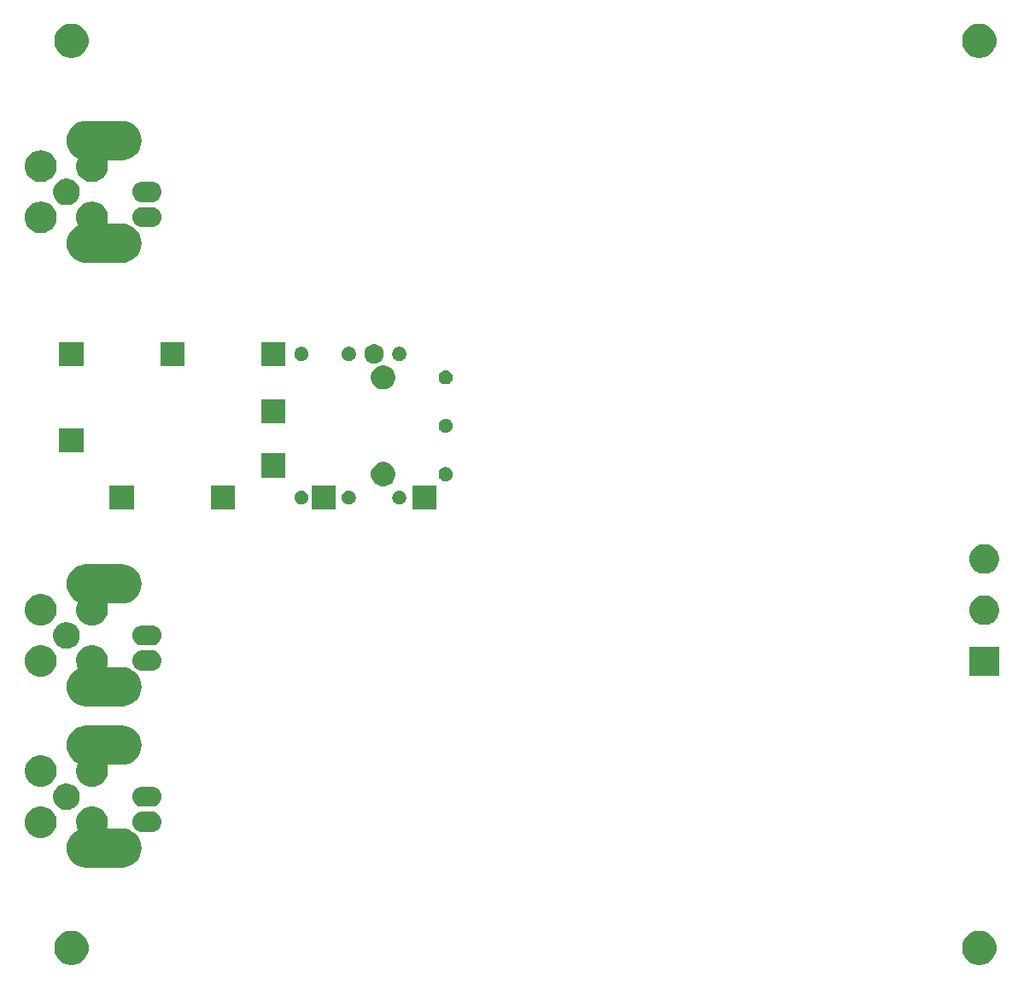
<source format=gbr>
G04 #@! TF.GenerationSoftware,KiCad,Pcbnew,5.0.1-33cea8e~68~ubuntu16.04.1*
G04 #@! TF.CreationDate,2018-10-24T20:06:13+03:00*
G04 #@! TF.ProjectId,sfp_v4,7366705F76342E6B696361645F706362,4*
G04 #@! TF.SameCoordinates,Original*
G04 #@! TF.FileFunction,Soldermask,Bot*
G04 #@! TF.FilePolarity,Negative*
%FSLAX46Y46*%
G04 Gerber Fmt 4.6, Leading zero omitted, Abs format (unit mm)*
G04 Created by KiCad (PCBNEW 5.0.1-33cea8e~68~ubuntu16.04.1) date Wed 24 Oct 2018 20:06:13 EEST*
%MOMM*%
%LPD*%
G01*
G04 APERTURE LIST*
%ADD10C,0.100000*%
G04 APERTURE END LIST*
D10*
G36*
X155386393Y-133343553D02*
X155495872Y-133365330D01*
X155805252Y-133493479D01*
X156083687Y-133679523D01*
X156320477Y-133916313D01*
X156506521Y-134194748D01*
X156634670Y-134504128D01*
X156700000Y-134832565D01*
X156700000Y-135167435D01*
X156634670Y-135495872D01*
X156506521Y-135805252D01*
X156320477Y-136083687D01*
X156083687Y-136320477D01*
X155805252Y-136506521D01*
X155495872Y-136634670D01*
X155386393Y-136656447D01*
X155167437Y-136700000D01*
X154832563Y-136700000D01*
X154613607Y-136656447D01*
X154504128Y-136634670D01*
X154194748Y-136506521D01*
X153916313Y-136320477D01*
X153679523Y-136083687D01*
X153493479Y-135805252D01*
X153365330Y-135495872D01*
X153300000Y-135167435D01*
X153300000Y-134832565D01*
X153365330Y-134504128D01*
X153493479Y-134194748D01*
X153679523Y-133916313D01*
X153916313Y-133679523D01*
X154194748Y-133493479D01*
X154504128Y-133365330D01*
X154613607Y-133343553D01*
X154832563Y-133300000D01*
X155167437Y-133300000D01*
X155386393Y-133343553D01*
X155386393Y-133343553D01*
G37*
G36*
X65386393Y-133343553D02*
X65495872Y-133365330D01*
X65805252Y-133493479D01*
X66083687Y-133679523D01*
X66320477Y-133916313D01*
X66506521Y-134194748D01*
X66634670Y-134504128D01*
X66700000Y-134832565D01*
X66700000Y-135167435D01*
X66634670Y-135495872D01*
X66506521Y-135805252D01*
X66320477Y-136083687D01*
X66083687Y-136320477D01*
X65805252Y-136506521D01*
X65495872Y-136634670D01*
X65386393Y-136656447D01*
X65167437Y-136700000D01*
X64832563Y-136700000D01*
X64613607Y-136656447D01*
X64504128Y-136634670D01*
X64194748Y-136506521D01*
X63916313Y-136320477D01*
X63679523Y-136083687D01*
X63493479Y-135805252D01*
X63365330Y-135495872D01*
X63300000Y-135167435D01*
X63300000Y-134832565D01*
X63365330Y-134504128D01*
X63493479Y-134194748D01*
X63679523Y-133916313D01*
X63916313Y-133679523D01*
X64194748Y-133493479D01*
X64504128Y-133365330D01*
X64613607Y-133343553D01*
X64832563Y-133300000D01*
X65167437Y-133300000D01*
X65386393Y-133343553D01*
X65386393Y-133343553D01*
G37*
G36*
X67270462Y-120985083D02*
X67497952Y-121030334D01*
X67783674Y-121148684D01*
X68040817Y-121320501D01*
X68259499Y-121539183D01*
X68431316Y-121796326D01*
X68549666Y-122082048D01*
X68593677Y-122303306D01*
X68610000Y-122385367D01*
X68610000Y-122694633D01*
X68549590Y-122998334D01*
X68547188Y-123022720D01*
X68549590Y-123047106D01*
X68556703Y-123070555D01*
X68568254Y-123092166D01*
X68583800Y-123111108D01*
X68602742Y-123126654D01*
X68624353Y-123138205D01*
X68647802Y-123145318D01*
X68672188Y-123147720D01*
X70082457Y-123147720D01*
X70139753Y-123153363D01*
X70368939Y-123175936D01*
X70736526Y-123287443D01*
X71075297Y-123468519D01*
X71372232Y-123712208D01*
X71615921Y-124009143D01*
X71796997Y-124347914D01*
X71908504Y-124715501D01*
X71946155Y-125097780D01*
X71908504Y-125480059D01*
X71796997Y-125847646D01*
X71615921Y-126186417D01*
X71372232Y-126483352D01*
X71075297Y-126727041D01*
X70736526Y-126908117D01*
X70368939Y-127019624D01*
X70139753Y-127042197D01*
X70082457Y-127047840D01*
X66390743Y-127047840D01*
X66333447Y-127042197D01*
X66104261Y-127019624D01*
X65736674Y-126908117D01*
X65397903Y-126727041D01*
X65100968Y-126483352D01*
X64857279Y-126186417D01*
X64676203Y-125847646D01*
X64564696Y-125480059D01*
X64527045Y-125097780D01*
X64564696Y-124715501D01*
X64676203Y-124347914D01*
X64857279Y-124009143D01*
X65100968Y-123712208D01*
X65397903Y-123468519D01*
X65565997Y-123378671D01*
X65586371Y-123365058D01*
X65603698Y-123347731D01*
X65617312Y-123327357D01*
X65626689Y-123304718D01*
X65631470Y-123280684D01*
X65631470Y-123256180D01*
X65626690Y-123232147D01*
X65622557Y-123220597D01*
X65530334Y-122997952D01*
X65500167Y-122846292D01*
X65470000Y-122694633D01*
X65470000Y-122385367D01*
X65486323Y-122303306D01*
X65530334Y-122082048D01*
X65648684Y-121796326D01*
X65820501Y-121539183D01*
X66039183Y-121320501D01*
X66296326Y-121148684D01*
X66582048Y-121030334D01*
X66809538Y-120985083D01*
X66885367Y-120970000D01*
X67194633Y-120970000D01*
X67270462Y-120985083D01*
X67270462Y-120985083D01*
G37*
G36*
X62190462Y-120985083D02*
X62417952Y-121030334D01*
X62703674Y-121148684D01*
X62960817Y-121320501D01*
X63179499Y-121539183D01*
X63351316Y-121796326D01*
X63469666Y-122082048D01*
X63513677Y-122303306D01*
X63530000Y-122385367D01*
X63530000Y-122694633D01*
X63514916Y-122770462D01*
X63469666Y-122997952D01*
X63351316Y-123283674D01*
X63179499Y-123540817D01*
X62960817Y-123759499D01*
X62703674Y-123931316D01*
X62417952Y-124049666D01*
X62190462Y-124094916D01*
X62114633Y-124110000D01*
X61805367Y-124110000D01*
X61729538Y-124094916D01*
X61502048Y-124049666D01*
X61216326Y-123931316D01*
X60959183Y-123759499D01*
X60740501Y-123540817D01*
X60568684Y-123283674D01*
X60450334Y-122997952D01*
X60405083Y-122770462D01*
X60390000Y-122694633D01*
X60390000Y-122385367D01*
X60406323Y-122303306D01*
X60450334Y-122082048D01*
X60568684Y-121796326D01*
X60740501Y-121539183D01*
X60959183Y-121320501D01*
X61216326Y-121148684D01*
X61502048Y-121030334D01*
X61729538Y-120985083D01*
X61805367Y-120970000D01*
X62114633Y-120970000D01*
X62190462Y-120985083D01*
X62190462Y-120985083D01*
G37*
G36*
X73146894Y-121513731D02*
X73335414Y-121570917D01*
X73509154Y-121663784D01*
X73661439Y-121788761D01*
X73786416Y-121941046D01*
X73879283Y-122114786D01*
X73936469Y-122303306D01*
X73955779Y-122499360D01*
X73936469Y-122695414D01*
X73879283Y-122883934D01*
X73786416Y-123057674D01*
X73661439Y-123209959D01*
X73509154Y-123334936D01*
X73335414Y-123427803D01*
X73146894Y-123484989D01*
X72999970Y-123499460D01*
X72002550Y-123499460D01*
X71855626Y-123484989D01*
X71667106Y-123427803D01*
X71493366Y-123334936D01*
X71341081Y-123209959D01*
X71216104Y-123057674D01*
X71123237Y-122883934D01*
X71066051Y-122695414D01*
X71046741Y-122499360D01*
X71066051Y-122303306D01*
X71123237Y-122114786D01*
X71216104Y-121941046D01*
X71341081Y-121788761D01*
X71493366Y-121663784D01*
X71667106Y-121570917D01*
X71855626Y-121513731D01*
X72002550Y-121499260D01*
X72999970Y-121499260D01*
X73146894Y-121513731D01*
X73146894Y-121513731D01*
G37*
G36*
X64885029Y-118730726D02*
X65125253Y-118830230D01*
X65125255Y-118830231D01*
X65333934Y-118969666D01*
X65341454Y-118974691D01*
X65525309Y-119158546D01*
X65669770Y-119374747D01*
X65769274Y-119614971D01*
X65820000Y-119869990D01*
X65820000Y-120130010D01*
X65769274Y-120385029D01*
X65669770Y-120625253D01*
X65525309Y-120841454D01*
X65341454Y-121025309D01*
X65341451Y-121025311D01*
X65125255Y-121169769D01*
X65125254Y-121169770D01*
X65125253Y-121169770D01*
X64885029Y-121269274D01*
X64630010Y-121320000D01*
X64369990Y-121320000D01*
X64114971Y-121269274D01*
X63874747Y-121169770D01*
X63874746Y-121169770D01*
X63874745Y-121169769D01*
X63658549Y-121025311D01*
X63658546Y-121025309D01*
X63474691Y-120841454D01*
X63330230Y-120625253D01*
X63230726Y-120385029D01*
X63180000Y-120130010D01*
X63180000Y-119869990D01*
X63230726Y-119614971D01*
X63330230Y-119374747D01*
X63474691Y-119158546D01*
X63658546Y-118974691D01*
X63666066Y-118969666D01*
X63874745Y-118830231D01*
X63874747Y-118830230D01*
X64114971Y-118730726D01*
X64369990Y-118680000D01*
X64630010Y-118680000D01*
X64885029Y-118730726D01*
X64885029Y-118730726D01*
G37*
G36*
X73146894Y-119014371D02*
X73335414Y-119071557D01*
X73509154Y-119164424D01*
X73661439Y-119289401D01*
X73786416Y-119441686D01*
X73879283Y-119615426D01*
X73936469Y-119803946D01*
X73955779Y-120000000D01*
X73936469Y-120196054D01*
X73879283Y-120384574D01*
X73786416Y-120558314D01*
X73661439Y-120710599D01*
X73509154Y-120835576D01*
X73335414Y-120928443D01*
X73146894Y-120985629D01*
X72999970Y-121000100D01*
X72002550Y-121000100D01*
X71855626Y-120985629D01*
X71667106Y-120928443D01*
X71493366Y-120835576D01*
X71341081Y-120710599D01*
X71216104Y-120558314D01*
X71123237Y-120384574D01*
X71066051Y-120196054D01*
X71046741Y-120000000D01*
X71066051Y-119803946D01*
X71123237Y-119615426D01*
X71216104Y-119441686D01*
X71341081Y-119289401D01*
X71493366Y-119164424D01*
X71667106Y-119071557D01*
X71855626Y-119014371D01*
X72002550Y-118999900D01*
X72999970Y-118999900D01*
X73146894Y-119014371D01*
X73146894Y-119014371D01*
G37*
G36*
X70139753Y-112955263D02*
X70368939Y-112977836D01*
X70736526Y-113089343D01*
X71075297Y-113270419D01*
X71372232Y-113514108D01*
X71615921Y-113811043D01*
X71796997Y-114149814D01*
X71908504Y-114517401D01*
X71946155Y-114899680D01*
X71908504Y-115281959D01*
X71796997Y-115649546D01*
X71615921Y-115988317D01*
X71372232Y-116285252D01*
X71075297Y-116528941D01*
X70751765Y-116701872D01*
X70745720Y-116705103D01*
X70736526Y-116710017D01*
X70368939Y-116821524D01*
X70139753Y-116844097D01*
X70082457Y-116849740D01*
X68671683Y-116849740D01*
X68647297Y-116852142D01*
X68623848Y-116859255D01*
X68602237Y-116870806D01*
X68583295Y-116886352D01*
X68567749Y-116905294D01*
X68556198Y-116926905D01*
X68549085Y-116950354D01*
X68546683Y-116974740D01*
X68549085Y-116999126D01*
X68549666Y-117002048D01*
X68610000Y-117305368D01*
X68610000Y-117614632D01*
X68549666Y-117917952D01*
X68431316Y-118203674D01*
X68259499Y-118460817D01*
X68040817Y-118679499D01*
X67783674Y-118851316D01*
X67497952Y-118969666D01*
X67273204Y-119014371D01*
X67194633Y-119030000D01*
X66885367Y-119030000D01*
X66806796Y-119014371D01*
X66582048Y-118969666D01*
X66296326Y-118851316D01*
X66039183Y-118679499D01*
X65820501Y-118460817D01*
X65648684Y-118203674D01*
X65530334Y-117917952D01*
X65470000Y-117614632D01*
X65470000Y-117305368D01*
X65530334Y-117002048D01*
X65623419Y-116777322D01*
X65630531Y-116753875D01*
X65632933Y-116729489D01*
X65630531Y-116705103D01*
X65623418Y-116681654D01*
X65611867Y-116660043D01*
X65596321Y-116641101D01*
X65566858Y-116619249D01*
X65555468Y-116613161D01*
X65397903Y-116528941D01*
X65100968Y-116285252D01*
X64857279Y-115988317D01*
X64676203Y-115649546D01*
X64564696Y-115281959D01*
X64527045Y-114899680D01*
X64564696Y-114517401D01*
X64676203Y-114149814D01*
X64857279Y-113811043D01*
X65100968Y-113514108D01*
X65397903Y-113270419D01*
X65736674Y-113089343D01*
X66104261Y-112977836D01*
X66333447Y-112955263D01*
X66390743Y-112949620D01*
X70082457Y-112949620D01*
X70139753Y-112955263D01*
X70139753Y-112955263D01*
G37*
G36*
X62190462Y-115905083D02*
X62417952Y-115950334D01*
X62703674Y-116068684D01*
X62960817Y-116240501D01*
X63179499Y-116459183D01*
X63351316Y-116716326D01*
X63469666Y-117002048D01*
X63530000Y-117305368D01*
X63530000Y-117614632D01*
X63469666Y-117917952D01*
X63351316Y-118203674D01*
X63179499Y-118460817D01*
X62960817Y-118679499D01*
X62703674Y-118851316D01*
X62417952Y-118969666D01*
X62193204Y-119014371D01*
X62114633Y-119030000D01*
X61805367Y-119030000D01*
X61726796Y-119014371D01*
X61502048Y-118969666D01*
X61216326Y-118851316D01*
X60959183Y-118679499D01*
X60740501Y-118460817D01*
X60568684Y-118203674D01*
X60450334Y-117917952D01*
X60390000Y-117614632D01*
X60390000Y-117305368D01*
X60450334Y-117002048D01*
X60568684Y-116716326D01*
X60740501Y-116459183D01*
X60959183Y-116240501D01*
X61216326Y-116068684D01*
X61502048Y-115950334D01*
X61729538Y-115905083D01*
X61805367Y-115890000D01*
X62114633Y-115890000D01*
X62190462Y-115905083D01*
X62190462Y-115905083D01*
G37*
G36*
X67270462Y-104985083D02*
X67497952Y-105030334D01*
X67783674Y-105148684D01*
X68040817Y-105320501D01*
X68259499Y-105539183D01*
X68431316Y-105796326D01*
X68549666Y-106082048D01*
X68593677Y-106303306D01*
X68610000Y-106385367D01*
X68610000Y-106694633D01*
X68549590Y-106998334D01*
X68547188Y-107022720D01*
X68549590Y-107047106D01*
X68556703Y-107070555D01*
X68568254Y-107092166D01*
X68583800Y-107111108D01*
X68602742Y-107126654D01*
X68624353Y-107138205D01*
X68647802Y-107145318D01*
X68672188Y-107147720D01*
X70082457Y-107147720D01*
X70139753Y-107153363D01*
X70368939Y-107175936D01*
X70736526Y-107287443D01*
X71075297Y-107468519D01*
X71372232Y-107712208D01*
X71615921Y-108009143D01*
X71796997Y-108347914D01*
X71908504Y-108715501D01*
X71946155Y-109097780D01*
X71908504Y-109480059D01*
X71796997Y-109847646D01*
X71615921Y-110186417D01*
X71372232Y-110483352D01*
X71075297Y-110727041D01*
X70736526Y-110908117D01*
X70368939Y-111019624D01*
X70139753Y-111042197D01*
X70082457Y-111047840D01*
X66390743Y-111047840D01*
X66333447Y-111042197D01*
X66104261Y-111019624D01*
X65736674Y-110908117D01*
X65397903Y-110727041D01*
X65100968Y-110483352D01*
X64857279Y-110186417D01*
X64676203Y-109847646D01*
X64564696Y-109480059D01*
X64527045Y-109097780D01*
X64564696Y-108715501D01*
X64676203Y-108347914D01*
X64857279Y-108009143D01*
X65100968Y-107712208D01*
X65397903Y-107468519D01*
X65565997Y-107378671D01*
X65586371Y-107365058D01*
X65603698Y-107347731D01*
X65617312Y-107327357D01*
X65626689Y-107304718D01*
X65631470Y-107280684D01*
X65631470Y-107256180D01*
X65626690Y-107232147D01*
X65622557Y-107220597D01*
X65530334Y-106997952D01*
X65500167Y-106846292D01*
X65470000Y-106694633D01*
X65470000Y-106385367D01*
X65486323Y-106303306D01*
X65530334Y-106082048D01*
X65648684Y-105796326D01*
X65820501Y-105539183D01*
X66039183Y-105320501D01*
X66296326Y-105148684D01*
X66582048Y-105030334D01*
X66809538Y-104985083D01*
X66885367Y-104970000D01*
X67194633Y-104970000D01*
X67270462Y-104985083D01*
X67270462Y-104985083D01*
G37*
G36*
X62190462Y-104985083D02*
X62417952Y-105030334D01*
X62703674Y-105148684D01*
X62960817Y-105320501D01*
X63179499Y-105539183D01*
X63351316Y-105796326D01*
X63469666Y-106082048D01*
X63513677Y-106303306D01*
X63530000Y-106385367D01*
X63530000Y-106694633D01*
X63514916Y-106770462D01*
X63469666Y-106997952D01*
X63351316Y-107283674D01*
X63179499Y-107540817D01*
X62960817Y-107759499D01*
X62703674Y-107931316D01*
X62417952Y-108049666D01*
X62190462Y-108094917D01*
X62114633Y-108110000D01*
X61805367Y-108110000D01*
X61729538Y-108094917D01*
X61502048Y-108049666D01*
X61216326Y-107931316D01*
X60959183Y-107759499D01*
X60740501Y-107540817D01*
X60568684Y-107283674D01*
X60450334Y-106997952D01*
X60405084Y-106770462D01*
X60390000Y-106694633D01*
X60390000Y-106385367D01*
X60406323Y-106303306D01*
X60450334Y-106082048D01*
X60568684Y-105796326D01*
X60740501Y-105539183D01*
X60959183Y-105320501D01*
X61216326Y-105148684D01*
X61502048Y-105030334D01*
X61729538Y-104985083D01*
X61805367Y-104970000D01*
X62114633Y-104970000D01*
X62190462Y-104985083D01*
X62190462Y-104985083D01*
G37*
G36*
X156970000Y-108050000D02*
X154030000Y-108050000D01*
X154030000Y-105110000D01*
X156970000Y-105110000D01*
X156970000Y-108050000D01*
X156970000Y-108050000D01*
G37*
G36*
X73146894Y-105513731D02*
X73335414Y-105570917D01*
X73509154Y-105663784D01*
X73661439Y-105788761D01*
X73786416Y-105941046D01*
X73879283Y-106114786D01*
X73936469Y-106303306D01*
X73955779Y-106499360D01*
X73936469Y-106695414D01*
X73879283Y-106883934D01*
X73786416Y-107057674D01*
X73661439Y-107209959D01*
X73509154Y-107334936D01*
X73335414Y-107427803D01*
X73146894Y-107484989D01*
X72999970Y-107499460D01*
X72002550Y-107499460D01*
X71855626Y-107484989D01*
X71667106Y-107427803D01*
X71493366Y-107334936D01*
X71341081Y-107209959D01*
X71216104Y-107057674D01*
X71123237Y-106883934D01*
X71066051Y-106695414D01*
X71046741Y-106499360D01*
X71066051Y-106303306D01*
X71123237Y-106114786D01*
X71216104Y-105941046D01*
X71341081Y-105788761D01*
X71493366Y-105663784D01*
X71667106Y-105570917D01*
X71855626Y-105513731D01*
X72002550Y-105499260D01*
X72999970Y-105499260D01*
X73146894Y-105513731D01*
X73146894Y-105513731D01*
G37*
G36*
X64885029Y-102730726D02*
X65058782Y-102802697D01*
X65125255Y-102830231D01*
X65249889Y-102913509D01*
X65341454Y-102974691D01*
X65525309Y-103158546D01*
X65669770Y-103374747D01*
X65769274Y-103614971D01*
X65820000Y-103869990D01*
X65820000Y-104130010D01*
X65769274Y-104385029D01*
X65669770Y-104625253D01*
X65525309Y-104841454D01*
X65341454Y-105025309D01*
X65341451Y-105025311D01*
X65125255Y-105169769D01*
X65125254Y-105169770D01*
X65125253Y-105169770D01*
X64885029Y-105269274D01*
X64630010Y-105320000D01*
X64369990Y-105320000D01*
X64114971Y-105269274D01*
X63874747Y-105169770D01*
X63874746Y-105169770D01*
X63874745Y-105169769D01*
X63658549Y-105025311D01*
X63658546Y-105025309D01*
X63474691Y-104841454D01*
X63330230Y-104625253D01*
X63230726Y-104385029D01*
X63180000Y-104130010D01*
X63180000Y-103869990D01*
X63230726Y-103614971D01*
X63330230Y-103374747D01*
X63474691Y-103158546D01*
X63658546Y-102974691D01*
X63750111Y-102913509D01*
X63874745Y-102830231D01*
X63941218Y-102802697D01*
X64114971Y-102730726D01*
X64369990Y-102680000D01*
X64630010Y-102680000D01*
X64885029Y-102730726D01*
X64885029Y-102730726D01*
G37*
G36*
X73146894Y-103014371D02*
X73335414Y-103071557D01*
X73509154Y-103164424D01*
X73661439Y-103289401D01*
X73786416Y-103441686D01*
X73879283Y-103615426D01*
X73936469Y-103803946D01*
X73955779Y-104000000D01*
X73936469Y-104196054D01*
X73879283Y-104384574D01*
X73786416Y-104558314D01*
X73661439Y-104710599D01*
X73509154Y-104835576D01*
X73335414Y-104928443D01*
X73146894Y-104985629D01*
X72999970Y-105000100D01*
X72002550Y-105000100D01*
X71855626Y-104985629D01*
X71667106Y-104928443D01*
X71493366Y-104835576D01*
X71341081Y-104710599D01*
X71216104Y-104558314D01*
X71123237Y-104384574D01*
X71066051Y-104196054D01*
X71046741Y-104000000D01*
X71066051Y-103803946D01*
X71123237Y-103615426D01*
X71216104Y-103441686D01*
X71341081Y-103289401D01*
X71493366Y-103164424D01*
X71667106Y-103071557D01*
X71855626Y-103014371D01*
X72002550Y-102999900D01*
X72999970Y-102999900D01*
X73146894Y-103014371D01*
X73146894Y-103014371D01*
G37*
G36*
X62190462Y-99905083D02*
X62417952Y-99950334D01*
X62703674Y-100068684D01*
X62960817Y-100240501D01*
X63179499Y-100459183D01*
X63351316Y-100716326D01*
X63469666Y-101002048D01*
X63483425Y-101071219D01*
X63530000Y-101305367D01*
X63530000Y-101614633D01*
X63514917Y-101690462D01*
X63469666Y-101917952D01*
X63351316Y-102203674D01*
X63179499Y-102460817D01*
X62960817Y-102679499D01*
X62703674Y-102851316D01*
X62417952Y-102969666D01*
X62193204Y-103014371D01*
X62114633Y-103030000D01*
X61805367Y-103030000D01*
X61726796Y-103014371D01*
X61502048Y-102969666D01*
X61216326Y-102851316D01*
X60959183Y-102679499D01*
X60740501Y-102460817D01*
X60568684Y-102203674D01*
X60450334Y-101917952D01*
X60405083Y-101690462D01*
X60390000Y-101614633D01*
X60390000Y-101305367D01*
X60436575Y-101071219D01*
X60450334Y-101002048D01*
X60568684Y-100716326D01*
X60740501Y-100459183D01*
X60959183Y-100240501D01*
X61216326Y-100068684D01*
X61502048Y-99950334D01*
X61729538Y-99905083D01*
X61805367Y-99890000D01*
X62114633Y-99890000D01*
X62190462Y-99905083D01*
X62190462Y-99905083D01*
G37*
G36*
X70139753Y-96955263D02*
X70368939Y-96977836D01*
X70736526Y-97089343D01*
X71075297Y-97270419D01*
X71372232Y-97514108D01*
X71615921Y-97811043D01*
X71796997Y-98149814D01*
X71908504Y-98517401D01*
X71946155Y-98899680D01*
X71908504Y-99281959D01*
X71796997Y-99649546D01*
X71615921Y-99988317D01*
X71372232Y-100285252D01*
X71075297Y-100528941D01*
X70751765Y-100701872D01*
X70745720Y-100705103D01*
X70736526Y-100710017D01*
X70368939Y-100821524D01*
X70139753Y-100844097D01*
X70082457Y-100849740D01*
X68671683Y-100849740D01*
X68647297Y-100852142D01*
X68623848Y-100859255D01*
X68602237Y-100870806D01*
X68583295Y-100886352D01*
X68567749Y-100905294D01*
X68556198Y-100926905D01*
X68549085Y-100950354D01*
X68546683Y-100974740D01*
X68549085Y-100999126D01*
X68610000Y-101305367D01*
X68610000Y-101614633D01*
X68594917Y-101690462D01*
X68549666Y-101917952D01*
X68431316Y-102203674D01*
X68259499Y-102460817D01*
X68040817Y-102679499D01*
X67783674Y-102851316D01*
X67497952Y-102969666D01*
X67273204Y-103014371D01*
X67194633Y-103030000D01*
X66885367Y-103030000D01*
X66806796Y-103014371D01*
X66582048Y-102969666D01*
X66296326Y-102851316D01*
X66039183Y-102679499D01*
X65820501Y-102460817D01*
X65648684Y-102203674D01*
X65530334Y-101917952D01*
X65485083Y-101690462D01*
X65470000Y-101614633D01*
X65470000Y-101305367D01*
X65516575Y-101071219D01*
X65530334Y-101002048D01*
X65623419Y-100777322D01*
X65630531Y-100753875D01*
X65632933Y-100729489D01*
X65630531Y-100705103D01*
X65623418Y-100681654D01*
X65611867Y-100660043D01*
X65596321Y-100641101D01*
X65566858Y-100619249D01*
X65555468Y-100613161D01*
X65397903Y-100528941D01*
X65100968Y-100285252D01*
X64857279Y-99988317D01*
X64676203Y-99649546D01*
X64564696Y-99281959D01*
X64527045Y-98899680D01*
X64564696Y-98517401D01*
X64676203Y-98149814D01*
X64857279Y-97811043D01*
X65100968Y-97514108D01*
X65397903Y-97270419D01*
X65736674Y-97089343D01*
X66104261Y-96977836D01*
X66333447Y-96955263D01*
X66390743Y-96949620D01*
X70082457Y-96949620D01*
X70139753Y-96955263D01*
X70139753Y-96955263D01*
G37*
G36*
X155928781Y-100086490D02*
X156196307Y-100197303D01*
X156437074Y-100358178D01*
X156641822Y-100562926D01*
X156802697Y-100803693D01*
X156913510Y-101071219D01*
X156970000Y-101355216D01*
X156970000Y-101644784D01*
X156913510Y-101928781D01*
X156802697Y-102196307D01*
X156641822Y-102437074D01*
X156437074Y-102641822D01*
X156196307Y-102802697D01*
X155928781Y-102913510D01*
X155644784Y-102970000D01*
X155355216Y-102970000D01*
X155071219Y-102913510D01*
X154803693Y-102802697D01*
X154562926Y-102641822D01*
X154358178Y-102437074D01*
X154197303Y-102196307D01*
X154086490Y-101928781D01*
X154030000Y-101644784D01*
X154030000Y-101355216D01*
X154086490Y-101071219D01*
X154197303Y-100803693D01*
X154358178Y-100562926D01*
X154562926Y-100358178D01*
X154803693Y-100197303D01*
X155071219Y-100086490D01*
X155355216Y-100030000D01*
X155644784Y-100030000D01*
X155928781Y-100086490D01*
X155928781Y-100086490D01*
G37*
G36*
X155928781Y-95006490D02*
X156196307Y-95117303D01*
X156437074Y-95278178D01*
X156641822Y-95482926D01*
X156802697Y-95723693D01*
X156913510Y-95991219D01*
X156970000Y-96275216D01*
X156970000Y-96564784D01*
X156913510Y-96848781D01*
X156802697Y-97116307D01*
X156641822Y-97357074D01*
X156437074Y-97561822D01*
X156196307Y-97722697D01*
X155928781Y-97833510D01*
X155644784Y-97890000D01*
X155355216Y-97890000D01*
X155071219Y-97833510D01*
X154803693Y-97722697D01*
X154562926Y-97561822D01*
X154358178Y-97357074D01*
X154197303Y-97116307D01*
X154086490Y-96848781D01*
X154030000Y-96564784D01*
X154030000Y-96275216D01*
X154086490Y-95991219D01*
X154197303Y-95723693D01*
X154358178Y-95482926D01*
X154562926Y-95278178D01*
X154803693Y-95117303D01*
X155071219Y-95006490D01*
X155355216Y-94950000D01*
X155644784Y-94950000D01*
X155928781Y-95006490D01*
X155928781Y-95006490D01*
G37*
G36*
X71200000Y-91520000D02*
X68800000Y-91520000D01*
X68800000Y-89120000D01*
X71200000Y-89120000D01*
X71200000Y-91520000D01*
X71200000Y-91520000D01*
G37*
G36*
X91200000Y-91520000D02*
X88800000Y-91520000D01*
X88800000Y-89120000D01*
X91200000Y-89120000D01*
X91200000Y-91520000D01*
X91200000Y-91520000D01*
G37*
G36*
X101200000Y-91520000D02*
X98800000Y-91520000D01*
X98800000Y-89120000D01*
X101200000Y-89120000D01*
X101200000Y-91520000D01*
X101200000Y-91520000D01*
G37*
G36*
X81200000Y-91520000D02*
X78800000Y-91520000D01*
X78800000Y-89120000D01*
X81200000Y-89120000D01*
X81200000Y-91520000D01*
X81200000Y-91520000D01*
G37*
G36*
X88004183Y-89646900D02*
X88131574Y-89699668D01*
X88246225Y-89776275D01*
X88343725Y-89873775D01*
X88420332Y-89988426D01*
X88473100Y-90115817D01*
X88500000Y-90251055D01*
X88500000Y-90388945D01*
X88473100Y-90524183D01*
X88420332Y-90651574D01*
X88343725Y-90766225D01*
X88246225Y-90863725D01*
X88131574Y-90940332D01*
X88004183Y-90993100D01*
X87868945Y-91020000D01*
X87731055Y-91020000D01*
X87595817Y-90993100D01*
X87468426Y-90940332D01*
X87353775Y-90863725D01*
X87256275Y-90766225D01*
X87179668Y-90651574D01*
X87126900Y-90524183D01*
X87100000Y-90388945D01*
X87100000Y-90251055D01*
X87126900Y-90115817D01*
X87179668Y-89988426D01*
X87256275Y-89873775D01*
X87353775Y-89776275D01*
X87468426Y-89699668D01*
X87595817Y-89646900D01*
X87731055Y-89620000D01*
X87868945Y-89620000D01*
X88004183Y-89646900D01*
X88004183Y-89646900D01*
G37*
G36*
X97704183Y-89646900D02*
X97831574Y-89699668D01*
X97946225Y-89776275D01*
X98043725Y-89873775D01*
X98120332Y-89988426D01*
X98173100Y-90115817D01*
X98200000Y-90251055D01*
X98200000Y-90388945D01*
X98173100Y-90524183D01*
X98120332Y-90651574D01*
X98043725Y-90766225D01*
X97946225Y-90863725D01*
X97831574Y-90940332D01*
X97704183Y-90993100D01*
X97568945Y-91020000D01*
X97431055Y-91020000D01*
X97295817Y-90993100D01*
X97168426Y-90940332D01*
X97053775Y-90863725D01*
X96956275Y-90766225D01*
X96879668Y-90651574D01*
X96826900Y-90524183D01*
X96800000Y-90388945D01*
X96800000Y-90251055D01*
X96826900Y-90115817D01*
X96879668Y-89988426D01*
X96956275Y-89873775D01*
X97053775Y-89776275D01*
X97168426Y-89699668D01*
X97295817Y-89646900D01*
X97431055Y-89620000D01*
X97568945Y-89620000D01*
X97704183Y-89646900D01*
X97704183Y-89646900D01*
G37*
G36*
X92704183Y-89646900D02*
X92831574Y-89699668D01*
X92946225Y-89776275D01*
X93043725Y-89873775D01*
X93120332Y-89988426D01*
X93173100Y-90115817D01*
X93200000Y-90251055D01*
X93200000Y-90388945D01*
X93173100Y-90524183D01*
X93120332Y-90651574D01*
X93043725Y-90766225D01*
X92946225Y-90863725D01*
X92831574Y-90940332D01*
X92704183Y-90993100D01*
X92568945Y-91020000D01*
X92431055Y-91020000D01*
X92295817Y-90993100D01*
X92168426Y-90940332D01*
X92053775Y-90863725D01*
X91956275Y-90766225D01*
X91879668Y-90651574D01*
X91826900Y-90524183D01*
X91800000Y-90388945D01*
X91800000Y-90251055D01*
X91826900Y-90115817D01*
X91879668Y-89988426D01*
X91956275Y-89873775D01*
X92053775Y-89776275D01*
X92168426Y-89699668D01*
X92295817Y-89646900D01*
X92431055Y-89620000D01*
X92568945Y-89620000D01*
X92704183Y-89646900D01*
X92704183Y-89646900D01*
G37*
G36*
X96250026Y-86846115D02*
X96468412Y-86936573D01*
X96664958Y-87067901D01*
X96832099Y-87235042D01*
X96963427Y-87431588D01*
X97053885Y-87649974D01*
X97100000Y-87881809D01*
X97100000Y-88118191D01*
X97053885Y-88350026D01*
X96963427Y-88568412D01*
X96832099Y-88764958D01*
X96664958Y-88932099D01*
X96468412Y-89063427D01*
X96250026Y-89153885D01*
X96018191Y-89200000D01*
X95781809Y-89200000D01*
X95549974Y-89153885D01*
X95331588Y-89063427D01*
X95135042Y-88932099D01*
X94967901Y-88764958D01*
X94836573Y-88568412D01*
X94746115Y-88350026D01*
X94700000Y-88118191D01*
X94700000Y-87881809D01*
X94746115Y-87649974D01*
X94836573Y-87431588D01*
X94967901Y-87235042D01*
X95135042Y-87067901D01*
X95331588Y-86936573D01*
X95549974Y-86846115D01*
X95781809Y-86800000D01*
X96018191Y-86800000D01*
X96250026Y-86846115D01*
X96250026Y-86846115D01*
G37*
G36*
X102304183Y-87326900D02*
X102431574Y-87379668D01*
X102546225Y-87456275D01*
X102643725Y-87553775D01*
X102720332Y-87668426D01*
X102773100Y-87795817D01*
X102800000Y-87931055D01*
X102800000Y-88068945D01*
X102773100Y-88204183D01*
X102720332Y-88331574D01*
X102643725Y-88446225D01*
X102546225Y-88543725D01*
X102431574Y-88620332D01*
X102304183Y-88673100D01*
X102168945Y-88700000D01*
X102031055Y-88700000D01*
X101895817Y-88673100D01*
X101768426Y-88620332D01*
X101653775Y-88543725D01*
X101556275Y-88446225D01*
X101479668Y-88331574D01*
X101426900Y-88204183D01*
X101400000Y-88068945D01*
X101400000Y-87931055D01*
X101426900Y-87795817D01*
X101479668Y-87668426D01*
X101556275Y-87553775D01*
X101653775Y-87456275D01*
X101768426Y-87379668D01*
X101895817Y-87326900D01*
X102031055Y-87300000D01*
X102168945Y-87300000D01*
X102304183Y-87326900D01*
X102304183Y-87326900D01*
G37*
G36*
X86200000Y-88350000D02*
X83800000Y-88350000D01*
X83800000Y-85950000D01*
X86200000Y-85950000D01*
X86200000Y-88350000D01*
X86200000Y-88350000D01*
G37*
G36*
X66200000Y-85850000D02*
X63800000Y-85850000D01*
X63800000Y-83450000D01*
X66200000Y-83450000D01*
X66200000Y-85850000D01*
X66200000Y-85850000D01*
G37*
G36*
X102304183Y-82526900D02*
X102431574Y-82579668D01*
X102546225Y-82656275D01*
X102643725Y-82753775D01*
X102720332Y-82868426D01*
X102773100Y-82995817D01*
X102800000Y-83131055D01*
X102800000Y-83268945D01*
X102773100Y-83404183D01*
X102720332Y-83531574D01*
X102643725Y-83646225D01*
X102546225Y-83743725D01*
X102431574Y-83820332D01*
X102304183Y-83873100D01*
X102168945Y-83900000D01*
X102031055Y-83900000D01*
X101895817Y-83873100D01*
X101768426Y-83820332D01*
X101653775Y-83743725D01*
X101556275Y-83646225D01*
X101479668Y-83531574D01*
X101426900Y-83404183D01*
X101400000Y-83268945D01*
X101400000Y-83131055D01*
X101426900Y-82995817D01*
X101479668Y-82868426D01*
X101556275Y-82753775D01*
X101653775Y-82656275D01*
X101768426Y-82579668D01*
X101895817Y-82526900D01*
X102031055Y-82500000D01*
X102168945Y-82500000D01*
X102304183Y-82526900D01*
X102304183Y-82526900D01*
G37*
G36*
X86200000Y-82950000D02*
X83800000Y-82950000D01*
X83800000Y-80550000D01*
X86200000Y-80550000D01*
X86200000Y-82950000D01*
X86200000Y-82950000D01*
G37*
G36*
X96250026Y-77246115D02*
X96468412Y-77336573D01*
X96664958Y-77467901D01*
X96832099Y-77635042D01*
X96963427Y-77831588D01*
X97053885Y-78049974D01*
X97100000Y-78281809D01*
X97100000Y-78518191D01*
X97053885Y-78750026D01*
X96963427Y-78968412D01*
X96832099Y-79164958D01*
X96664958Y-79332099D01*
X96468412Y-79463427D01*
X96250026Y-79553885D01*
X96018191Y-79600000D01*
X95781809Y-79600000D01*
X95549974Y-79553885D01*
X95331588Y-79463427D01*
X95135042Y-79332099D01*
X94967901Y-79164958D01*
X94836573Y-78968412D01*
X94746115Y-78750026D01*
X94700000Y-78518191D01*
X94700000Y-78281809D01*
X94746115Y-78049974D01*
X94836573Y-77831588D01*
X94967901Y-77635042D01*
X95135042Y-77467901D01*
X95331588Y-77336573D01*
X95549974Y-77246115D01*
X95781809Y-77200000D01*
X96018191Y-77200000D01*
X96250026Y-77246115D01*
X96250026Y-77246115D01*
G37*
G36*
X102304183Y-77726900D02*
X102431574Y-77779668D01*
X102546225Y-77856275D01*
X102643725Y-77953775D01*
X102720332Y-78068426D01*
X102773100Y-78195817D01*
X102800000Y-78331055D01*
X102800000Y-78468945D01*
X102773100Y-78604183D01*
X102720332Y-78731574D01*
X102643725Y-78846225D01*
X102546225Y-78943725D01*
X102431574Y-79020332D01*
X102304183Y-79073100D01*
X102168945Y-79100000D01*
X102031055Y-79100000D01*
X101895817Y-79073100D01*
X101768426Y-79020332D01*
X101653775Y-78943725D01*
X101556275Y-78846225D01*
X101479668Y-78731574D01*
X101426900Y-78604183D01*
X101400000Y-78468945D01*
X101400000Y-78331055D01*
X101426900Y-78195817D01*
X101479668Y-78068426D01*
X101556275Y-77953775D01*
X101653775Y-77856275D01*
X101768426Y-77779668D01*
X101895817Y-77726900D01*
X102031055Y-77700000D01*
X102168945Y-77700000D01*
X102304183Y-77726900D01*
X102304183Y-77726900D01*
G37*
G36*
X66200000Y-77270000D02*
X63800000Y-77270000D01*
X63800000Y-74870000D01*
X66200000Y-74870000D01*
X66200000Y-77270000D01*
X66200000Y-77270000D01*
G37*
G36*
X76200000Y-77270000D02*
X73800000Y-77270000D01*
X73800000Y-74870000D01*
X76200000Y-74870000D01*
X76200000Y-77270000D01*
X76200000Y-77270000D01*
G37*
G36*
X86200000Y-77270000D02*
X83800000Y-77270000D01*
X83800000Y-74870000D01*
X86200000Y-74870000D01*
X86200000Y-77270000D01*
X86200000Y-77270000D01*
G37*
G36*
X95280603Y-75144968D02*
X95280606Y-75144969D01*
X95280605Y-75144969D01*
X95455678Y-75217486D01*
X95455679Y-75217487D01*
X95613241Y-75322767D01*
X95747233Y-75456759D01*
X95747234Y-75456761D01*
X95852514Y-75614322D01*
X95903919Y-75738426D01*
X95925032Y-75789397D01*
X95962000Y-75975250D01*
X95962000Y-76164750D01*
X95925032Y-76350603D01*
X95925031Y-76350605D01*
X95852514Y-76525678D01*
X95852513Y-76525679D01*
X95747233Y-76683241D01*
X95613241Y-76817233D01*
X95533923Y-76870232D01*
X95455678Y-76922514D01*
X95320266Y-76978603D01*
X95280603Y-76995032D01*
X95094750Y-77032000D01*
X94905250Y-77032000D01*
X94719397Y-76995032D01*
X94679734Y-76978603D01*
X94544322Y-76922514D01*
X94466077Y-76870232D01*
X94386759Y-76817233D01*
X94252767Y-76683241D01*
X94147487Y-76525679D01*
X94147486Y-76525678D01*
X94074969Y-76350605D01*
X94074968Y-76350603D01*
X94038000Y-76164750D01*
X94038000Y-75975250D01*
X94074968Y-75789397D01*
X94096081Y-75738426D01*
X94147486Y-75614322D01*
X94252766Y-75456761D01*
X94252767Y-75456759D01*
X94386759Y-75322767D01*
X94544321Y-75217487D01*
X94544322Y-75217486D01*
X94719395Y-75144969D01*
X94719394Y-75144969D01*
X94719397Y-75144968D01*
X94905250Y-75108000D01*
X95094750Y-75108000D01*
X95280603Y-75144968D01*
X95280603Y-75144968D01*
G37*
G36*
X92704183Y-75396900D02*
X92831574Y-75449668D01*
X92842190Y-75456761D01*
X92946225Y-75526275D01*
X93043725Y-75623775D01*
X93120332Y-75738426D01*
X93173100Y-75865817D01*
X93200000Y-76001055D01*
X93200000Y-76138945D01*
X93173100Y-76274183D01*
X93141445Y-76350603D01*
X93120332Y-76401574D01*
X93043726Y-76516224D01*
X92946224Y-76613726D01*
X92831574Y-76690332D01*
X92704183Y-76743100D01*
X92568945Y-76770000D01*
X92431055Y-76770000D01*
X92295817Y-76743100D01*
X92168426Y-76690332D01*
X92053776Y-76613726D01*
X91956274Y-76516224D01*
X91879668Y-76401574D01*
X91858555Y-76350603D01*
X91826900Y-76274183D01*
X91800000Y-76138945D01*
X91800000Y-76001055D01*
X91826900Y-75865817D01*
X91879668Y-75738426D01*
X91956275Y-75623775D01*
X92053775Y-75526275D01*
X92157811Y-75456761D01*
X92168426Y-75449668D01*
X92295817Y-75396900D01*
X92431055Y-75370000D01*
X92568945Y-75370000D01*
X92704183Y-75396900D01*
X92704183Y-75396900D01*
G37*
G36*
X97704183Y-75396900D02*
X97831574Y-75449668D01*
X97842190Y-75456761D01*
X97946225Y-75526275D01*
X98043725Y-75623775D01*
X98120332Y-75738426D01*
X98173100Y-75865817D01*
X98200000Y-76001055D01*
X98200000Y-76138945D01*
X98173100Y-76274183D01*
X98141445Y-76350603D01*
X98120332Y-76401574D01*
X98043726Y-76516224D01*
X97946224Y-76613726D01*
X97831574Y-76690332D01*
X97704183Y-76743100D01*
X97568945Y-76770000D01*
X97431055Y-76770000D01*
X97295817Y-76743100D01*
X97168426Y-76690332D01*
X97053776Y-76613726D01*
X96956274Y-76516224D01*
X96879668Y-76401574D01*
X96858555Y-76350603D01*
X96826900Y-76274183D01*
X96800000Y-76138945D01*
X96800000Y-76001055D01*
X96826900Y-75865817D01*
X96879668Y-75738426D01*
X96956275Y-75623775D01*
X97053775Y-75526275D01*
X97157811Y-75456761D01*
X97168426Y-75449668D01*
X97295817Y-75396900D01*
X97431055Y-75370000D01*
X97568945Y-75370000D01*
X97704183Y-75396900D01*
X97704183Y-75396900D01*
G37*
G36*
X88004183Y-75396900D02*
X88131574Y-75449668D01*
X88142190Y-75456761D01*
X88246225Y-75526275D01*
X88343725Y-75623775D01*
X88420332Y-75738426D01*
X88473100Y-75865817D01*
X88500000Y-76001055D01*
X88500000Y-76138945D01*
X88473100Y-76274183D01*
X88441445Y-76350603D01*
X88420332Y-76401574D01*
X88343726Y-76516224D01*
X88246224Y-76613726D01*
X88131574Y-76690332D01*
X88004183Y-76743100D01*
X87868945Y-76770000D01*
X87731055Y-76770000D01*
X87595817Y-76743100D01*
X87468426Y-76690332D01*
X87353776Y-76613726D01*
X87256274Y-76516224D01*
X87179668Y-76401574D01*
X87158555Y-76350603D01*
X87126900Y-76274183D01*
X87100000Y-76138945D01*
X87100000Y-76001055D01*
X87126900Y-75865817D01*
X87179668Y-75738426D01*
X87256275Y-75623775D01*
X87353775Y-75526275D01*
X87457811Y-75456761D01*
X87468426Y-75449668D01*
X87595817Y-75396900D01*
X87731055Y-75370000D01*
X87868945Y-75370000D01*
X88004183Y-75396900D01*
X88004183Y-75396900D01*
G37*
G36*
X67270462Y-60985084D02*
X67497952Y-61030334D01*
X67783674Y-61148684D01*
X68040817Y-61320501D01*
X68259499Y-61539183D01*
X68431316Y-61796326D01*
X68549666Y-62082048D01*
X68593677Y-62303306D01*
X68610000Y-62385367D01*
X68610000Y-62694633D01*
X68549590Y-62998334D01*
X68547188Y-63022720D01*
X68549590Y-63047106D01*
X68556703Y-63070555D01*
X68568254Y-63092166D01*
X68583800Y-63111108D01*
X68602742Y-63126654D01*
X68624353Y-63138205D01*
X68647802Y-63145318D01*
X68672188Y-63147720D01*
X70081197Y-63147720D01*
X70138493Y-63153363D01*
X70367679Y-63175936D01*
X70735266Y-63287443D01*
X71074037Y-63468519D01*
X71370972Y-63712208D01*
X71614661Y-64009143D01*
X71795737Y-64347914D01*
X71907244Y-64715501D01*
X71944895Y-65097780D01*
X71907244Y-65480059D01*
X71795737Y-65847646D01*
X71614661Y-66186417D01*
X71370972Y-66483352D01*
X71074037Y-66727041D01*
X70735266Y-66908117D01*
X70367679Y-67019624D01*
X70138493Y-67042197D01*
X70081197Y-67047840D01*
X66389483Y-67047840D01*
X66332187Y-67042197D01*
X66103001Y-67019624D01*
X65735414Y-66908117D01*
X65396643Y-66727041D01*
X65099708Y-66483352D01*
X64856019Y-66186417D01*
X64674943Y-65847646D01*
X64563436Y-65480059D01*
X64525785Y-65097780D01*
X64563436Y-64715501D01*
X64674943Y-64347914D01*
X64856019Y-64009143D01*
X65099708Y-63712208D01*
X65396643Y-63468519D01*
X65565771Y-63378119D01*
X65586143Y-63364506D01*
X65603470Y-63347179D01*
X65617084Y-63326805D01*
X65626462Y-63304166D01*
X65631242Y-63280132D01*
X65631242Y-63255628D01*
X65626462Y-63231594D01*
X65622338Y-63220069D01*
X65530334Y-62997952D01*
X65485084Y-62770462D01*
X65470000Y-62694633D01*
X65470000Y-62385367D01*
X65486323Y-62303306D01*
X65530334Y-62082048D01*
X65648684Y-61796326D01*
X65820501Y-61539183D01*
X66039183Y-61320501D01*
X66296326Y-61148684D01*
X66582048Y-61030334D01*
X66809538Y-60985084D01*
X66885367Y-60970000D01*
X67194633Y-60970000D01*
X67270462Y-60985084D01*
X67270462Y-60985084D01*
G37*
G36*
X62190462Y-60985084D02*
X62417952Y-61030334D01*
X62703674Y-61148684D01*
X62960817Y-61320501D01*
X63179499Y-61539183D01*
X63351316Y-61796326D01*
X63469666Y-62082048D01*
X63513677Y-62303306D01*
X63530000Y-62385367D01*
X63530000Y-62694633D01*
X63514916Y-62770462D01*
X63469666Y-62997952D01*
X63351316Y-63283674D01*
X63179499Y-63540817D01*
X62960817Y-63759499D01*
X62703674Y-63931316D01*
X62417952Y-64049666D01*
X62190462Y-64094916D01*
X62114633Y-64110000D01*
X61805367Y-64110000D01*
X61729538Y-64094916D01*
X61502048Y-64049666D01*
X61216326Y-63931316D01*
X60959183Y-63759499D01*
X60740501Y-63540817D01*
X60568684Y-63283674D01*
X60450334Y-62997952D01*
X60405084Y-62770462D01*
X60390000Y-62694633D01*
X60390000Y-62385367D01*
X60406323Y-62303306D01*
X60450334Y-62082048D01*
X60568684Y-61796326D01*
X60740501Y-61539183D01*
X60959183Y-61320501D01*
X61216326Y-61148684D01*
X61502048Y-61030334D01*
X61729538Y-60985084D01*
X61805367Y-60970000D01*
X62114633Y-60970000D01*
X62190462Y-60985084D01*
X62190462Y-60985084D01*
G37*
G36*
X73145634Y-61513731D02*
X73334154Y-61570917D01*
X73507894Y-61663784D01*
X73660179Y-61788761D01*
X73785156Y-61941046D01*
X73878023Y-62114786D01*
X73935209Y-62303306D01*
X73954519Y-62499360D01*
X73935209Y-62695414D01*
X73878023Y-62883934D01*
X73785156Y-63057674D01*
X73660179Y-63209959D01*
X73507894Y-63334936D01*
X73334154Y-63427803D01*
X73145634Y-63484989D01*
X72998710Y-63499460D01*
X72001290Y-63499460D01*
X71854366Y-63484989D01*
X71665846Y-63427803D01*
X71492106Y-63334936D01*
X71339821Y-63209959D01*
X71214844Y-63057674D01*
X71121977Y-62883934D01*
X71064791Y-62695414D01*
X71045481Y-62499360D01*
X71064791Y-62303306D01*
X71121977Y-62114786D01*
X71214844Y-61941046D01*
X71339821Y-61788761D01*
X71492106Y-61663784D01*
X71665846Y-61570917D01*
X71854366Y-61513731D01*
X72001290Y-61499260D01*
X72998710Y-61499260D01*
X73145634Y-61513731D01*
X73145634Y-61513731D01*
G37*
G36*
X64885029Y-58730726D02*
X65125253Y-58830230D01*
X65125255Y-58830231D01*
X65333934Y-58969666D01*
X65341454Y-58974691D01*
X65525309Y-59158546D01*
X65669770Y-59374747D01*
X65769274Y-59614971D01*
X65820000Y-59869990D01*
X65820000Y-60130010D01*
X65769274Y-60385029D01*
X65669770Y-60625253D01*
X65525309Y-60841454D01*
X65341454Y-61025309D01*
X65341451Y-61025311D01*
X65125255Y-61169769D01*
X65125254Y-61169770D01*
X65125253Y-61169770D01*
X64885029Y-61269274D01*
X64630010Y-61320000D01*
X64369990Y-61320000D01*
X64114971Y-61269274D01*
X63874747Y-61169770D01*
X63874746Y-61169770D01*
X63874745Y-61169769D01*
X63658549Y-61025311D01*
X63658546Y-61025309D01*
X63474691Y-60841454D01*
X63330230Y-60625253D01*
X63230726Y-60385029D01*
X63180000Y-60130010D01*
X63180000Y-59869990D01*
X63230726Y-59614971D01*
X63330230Y-59374747D01*
X63474691Y-59158546D01*
X63658546Y-58974691D01*
X63666066Y-58969666D01*
X63874745Y-58830231D01*
X63874747Y-58830230D01*
X64114971Y-58730726D01*
X64369990Y-58680000D01*
X64630010Y-58680000D01*
X64885029Y-58730726D01*
X64885029Y-58730726D01*
G37*
G36*
X73145634Y-59014371D02*
X73334154Y-59071557D01*
X73507894Y-59164424D01*
X73660179Y-59289401D01*
X73785156Y-59441686D01*
X73878023Y-59615426D01*
X73935209Y-59803946D01*
X73954519Y-60000000D01*
X73935209Y-60196054D01*
X73878023Y-60384574D01*
X73785156Y-60558314D01*
X73660179Y-60710599D01*
X73507894Y-60835576D01*
X73334154Y-60928443D01*
X73145634Y-60985629D01*
X72998710Y-61000100D01*
X72001290Y-61000100D01*
X71854366Y-60985629D01*
X71665846Y-60928443D01*
X71492106Y-60835576D01*
X71339821Y-60710599D01*
X71214844Y-60558314D01*
X71121977Y-60384574D01*
X71064791Y-60196054D01*
X71045481Y-60000000D01*
X71064791Y-59803946D01*
X71121977Y-59615426D01*
X71214844Y-59441686D01*
X71339821Y-59289401D01*
X71492106Y-59164424D01*
X71665846Y-59071557D01*
X71854366Y-59014371D01*
X72001290Y-58999900D01*
X72998710Y-58999900D01*
X73145634Y-59014371D01*
X73145634Y-59014371D01*
G37*
G36*
X70138493Y-52955263D02*
X70367679Y-52977836D01*
X70735266Y-53089343D01*
X71074037Y-53270419D01*
X71370972Y-53514108D01*
X71614661Y-53811043D01*
X71795737Y-54149814D01*
X71907244Y-54517401D01*
X71944895Y-54899680D01*
X71907244Y-55281959D01*
X71795737Y-55649546D01*
X71614661Y-55988317D01*
X71370972Y-56285252D01*
X71074037Y-56528941D01*
X70735266Y-56710017D01*
X70367679Y-56821524D01*
X70138493Y-56844097D01*
X70081197Y-56849740D01*
X68671683Y-56849740D01*
X68647297Y-56852142D01*
X68623848Y-56859255D01*
X68602237Y-56870806D01*
X68583295Y-56886352D01*
X68567749Y-56905294D01*
X68556198Y-56926905D01*
X68549085Y-56950354D01*
X68546683Y-56974740D01*
X68549085Y-56999126D01*
X68549666Y-57002048D01*
X68610000Y-57305368D01*
X68610000Y-57614632D01*
X68549666Y-57917952D01*
X68431316Y-58203674D01*
X68259499Y-58460817D01*
X68040817Y-58679499D01*
X67783674Y-58851316D01*
X67497952Y-58969666D01*
X67273204Y-59014371D01*
X67194633Y-59030000D01*
X66885367Y-59030000D01*
X66806796Y-59014371D01*
X66582048Y-58969666D01*
X66296326Y-58851316D01*
X66039183Y-58679499D01*
X65820501Y-58460817D01*
X65648684Y-58203674D01*
X65530334Y-57917952D01*
X65470000Y-57614632D01*
X65470000Y-57305368D01*
X65530334Y-57002048D01*
X65623192Y-56777868D01*
X65630303Y-56754426D01*
X65632705Y-56730040D01*
X65630303Y-56705654D01*
X65623190Y-56682205D01*
X65611639Y-56660594D01*
X65596093Y-56641652D01*
X65577151Y-56626106D01*
X65566638Y-56619805D01*
X65396643Y-56528941D01*
X65099708Y-56285252D01*
X64856019Y-55988317D01*
X64674943Y-55649546D01*
X64563436Y-55281959D01*
X64525785Y-54899680D01*
X64563436Y-54517401D01*
X64674943Y-54149814D01*
X64856019Y-53811043D01*
X65099708Y-53514108D01*
X65396643Y-53270419D01*
X65735414Y-53089343D01*
X66103001Y-52977836D01*
X66332187Y-52955263D01*
X66389483Y-52949620D01*
X70081197Y-52949620D01*
X70138493Y-52955263D01*
X70138493Y-52955263D01*
G37*
G36*
X62190462Y-55905083D02*
X62417952Y-55950334D01*
X62703674Y-56068684D01*
X62960817Y-56240501D01*
X63179499Y-56459183D01*
X63351316Y-56716326D01*
X63469666Y-57002048D01*
X63530000Y-57305368D01*
X63530000Y-57614632D01*
X63469666Y-57917952D01*
X63351316Y-58203674D01*
X63179499Y-58460817D01*
X62960817Y-58679499D01*
X62703674Y-58851316D01*
X62417952Y-58969666D01*
X62193204Y-59014371D01*
X62114633Y-59030000D01*
X61805367Y-59030000D01*
X61726796Y-59014371D01*
X61502048Y-58969666D01*
X61216326Y-58851316D01*
X60959183Y-58679499D01*
X60740501Y-58460817D01*
X60568684Y-58203674D01*
X60450334Y-57917952D01*
X60390000Y-57614632D01*
X60390000Y-57305368D01*
X60450334Y-57002048D01*
X60568684Y-56716326D01*
X60740501Y-56459183D01*
X60959183Y-56240501D01*
X61216326Y-56068684D01*
X61502048Y-55950334D01*
X61729538Y-55905083D01*
X61805367Y-55890000D01*
X62114633Y-55890000D01*
X62190462Y-55905083D01*
X62190462Y-55905083D01*
G37*
G36*
X155386393Y-43343553D02*
X155495872Y-43365330D01*
X155805252Y-43493479D01*
X156083687Y-43679523D01*
X156320477Y-43916313D01*
X156506521Y-44194748D01*
X156634670Y-44504128D01*
X156700000Y-44832565D01*
X156700000Y-45167435D01*
X156634670Y-45495872D01*
X156506521Y-45805252D01*
X156320477Y-46083687D01*
X156083687Y-46320477D01*
X155805252Y-46506521D01*
X155495872Y-46634670D01*
X155386393Y-46656447D01*
X155167437Y-46700000D01*
X154832563Y-46700000D01*
X154613607Y-46656447D01*
X154504128Y-46634670D01*
X154194748Y-46506521D01*
X153916313Y-46320477D01*
X153679523Y-46083687D01*
X153493479Y-45805252D01*
X153365330Y-45495872D01*
X153300000Y-45167435D01*
X153300000Y-44832565D01*
X153365330Y-44504128D01*
X153493479Y-44194748D01*
X153679523Y-43916313D01*
X153916313Y-43679523D01*
X154194748Y-43493479D01*
X154504128Y-43365330D01*
X154613607Y-43343553D01*
X154832563Y-43300000D01*
X155167437Y-43300000D01*
X155386393Y-43343553D01*
X155386393Y-43343553D01*
G37*
G36*
X65386393Y-43343553D02*
X65495872Y-43365330D01*
X65805252Y-43493479D01*
X66083687Y-43679523D01*
X66320477Y-43916313D01*
X66506521Y-44194748D01*
X66634670Y-44504128D01*
X66700000Y-44832565D01*
X66700000Y-45167435D01*
X66634670Y-45495872D01*
X66506521Y-45805252D01*
X66320477Y-46083687D01*
X66083687Y-46320477D01*
X65805252Y-46506521D01*
X65495872Y-46634670D01*
X65386393Y-46656447D01*
X65167437Y-46700000D01*
X64832563Y-46700000D01*
X64613607Y-46656447D01*
X64504128Y-46634670D01*
X64194748Y-46506521D01*
X63916313Y-46320477D01*
X63679523Y-46083687D01*
X63493479Y-45805252D01*
X63365330Y-45495872D01*
X63300000Y-45167435D01*
X63300000Y-44832565D01*
X63365330Y-44504128D01*
X63493479Y-44194748D01*
X63679523Y-43916313D01*
X63916313Y-43679523D01*
X64194748Y-43493479D01*
X64504128Y-43365330D01*
X64613607Y-43343553D01*
X64832563Y-43300000D01*
X65167437Y-43300000D01*
X65386393Y-43343553D01*
X65386393Y-43343553D01*
G37*
M02*

</source>
